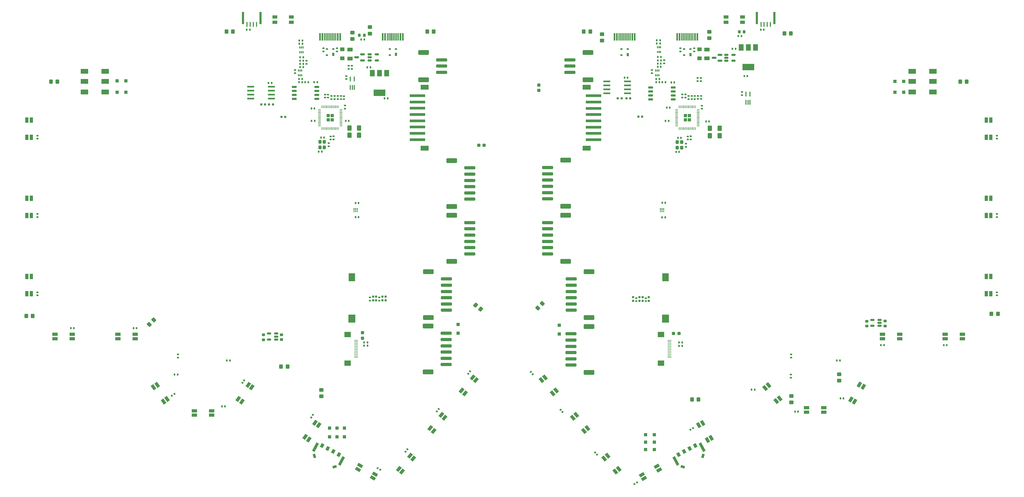
<source format=gbr>
%TF.GenerationSoftware,KiCad,Pcbnew,(6.99.0-4085-g6c752680d7)*%
%TF.CreationDate,2022-11-10T11:06:54+08:00*%
%TF.ProjectId,Rev2.4,52657632-2e34-42e6-9b69-6361645f7063,rev?*%
%TF.SameCoordinates,Original*%
%TF.FileFunction,Paste,Top*%
%TF.FilePolarity,Positive*%
%FSLAX46Y46*%
G04 Gerber Fmt 4.6, Leading zero omitted, Abs format (unit mm)*
G04 Created by KiCad (PCBNEW (6.99.0-4085-g6c752680d7)) date 2022-11-10 11:06:54*
%MOMM*%
%LPD*%
G01*
G04 APERTURE LIST*
G04 Aperture macros list*
%AMRoundRect*
0 Rectangle with rounded corners*
0 $1 Rounding radius*
0 $2 $3 $4 $5 $6 $7 $8 $9 X,Y pos of 4 corners*
0 Add a 4 corners polygon primitive as box body*
4,1,4,$2,$3,$4,$5,$6,$7,$8,$9,$2,$3,0*
0 Add four circle primitives for the rounded corners*
1,1,$1+$1,$2,$3*
1,1,$1+$1,$4,$5*
1,1,$1+$1,$6,$7*
1,1,$1+$1,$8,$9*
0 Add four rect primitives between the rounded corners*
20,1,$1+$1,$2,$3,$4,$5,0*
20,1,$1+$1,$4,$5,$6,$7,0*
20,1,$1+$1,$6,$7,$8,$9,0*
20,1,$1+$1,$8,$9,$2,$3,0*%
%AMRotRect*
0 Rectangle, with rotation*
0 The origin of the aperture is its center*
0 $1 length*
0 $2 width*
0 $3 Rotation angle, in degrees counterclockwise*
0 Add horizontal line*
21,1,$1,$2,0,0,$3*%
G04 Aperture macros list end*
%ADD10RoundRect,0.140000X-0.140000X-0.170000X0.140000X-0.170000X0.140000X0.170000X-0.140000X0.170000X0*%
%ADD11R,2.400000X1.500000*%
%ADD12RotRect,1.700000X1.000000X50.000000*%
%ADD13RoundRect,0.140000X0.206244X0.077224X-0.036244X0.217224X-0.206244X-0.077224X0.036244X-0.217224X0*%
%ADD14RoundRect,0.250000X0.250000X-0.325000X0.250000X0.325000X-0.250000X0.325000X-0.250000X-0.325000X0*%
%ADD15RoundRect,0.250000X0.450000X-0.325000X0.450000X0.325000X-0.450000X0.325000X-0.450000X-0.325000X0*%
%ADD16RoundRect,0.140000X-0.040237X0.216520X-0.220218X0.002028X0.040237X-0.216520X0.220218X-0.002028X0*%
%ADD17RoundRect,0.160000X-0.160000X0.197500X-0.160000X-0.197500X0.160000X-0.197500X0.160000X0.197500X0*%
%ADD18RoundRect,0.140000X-0.170000X0.140000X-0.170000X-0.140000X0.170000X-0.140000X0.170000X0.140000X0*%
%ADD19RoundRect,0.135000X-0.185000X0.135000X-0.185000X-0.135000X0.185000X-0.135000X0.185000X0.135000X0*%
%ADD20R,0.800000X4.000000*%
%ADD21R,0.400000X1.600000*%
%ADD22RoundRect,0.135000X0.185000X-0.135000X0.185000X0.135000X-0.185000X0.135000X-0.185000X-0.135000X0*%
%ADD23R,0.300000X0.300000*%
%ADD24C,0.165000*%
%ADD25RoundRect,0.250000X-0.400000X-0.625000X0.400000X-0.625000X0.400000X0.625000X-0.400000X0.625000X0*%
%ADD26RoundRect,0.250000X1.500000X-0.250000X1.500000X0.250000X-1.500000X0.250000X-1.500000X-0.250000X0*%
%ADD27RoundRect,0.250001X1.449999X-0.499999X1.449999X0.499999X-1.449999X0.499999X-1.449999X-0.499999X0*%
%ADD28RoundRect,0.135000X-0.135000X-0.185000X0.135000X-0.185000X0.135000X0.185000X-0.135000X0.185000X0*%
%ADD29RoundRect,0.140000X0.170000X-0.140000X0.170000X0.140000X-0.170000X0.140000X-0.170000X-0.140000X0*%
%ADD30RoundRect,0.250000X-0.325000X-0.450000X0.325000X-0.450000X0.325000X0.450000X-0.325000X0.450000X0*%
%ADD31R,1.500000X2.000000*%
%ADD32R,3.800000X2.000000*%
%ADD33R,1.700000X1.000000*%
%ADD34R,1.100000X1.100000*%
%ADD35RoundRect,0.147500X-0.172500X0.147500X-0.172500X-0.147500X0.172500X-0.147500X0.172500X0.147500X0*%
%ADD36RoundRect,0.140000X0.140000X0.170000X-0.140000X0.170000X-0.140000X-0.170000X0.140000X-0.170000X0*%
%ADD37RotRect,1.700000X1.000000X240.000000*%
%ADD38RotRect,1.700000X1.000000X130.000000*%
%ADD39R,0.340000X0.700000*%
%ADD40RoundRect,0.135000X0.135000X0.185000X-0.135000X0.185000X-0.135000X-0.185000X0.135000X-0.185000X0*%
%ADD41RoundRect,0.160000X0.197500X0.160000X-0.197500X0.160000X-0.197500X-0.160000X0.197500X-0.160000X0*%
%ADD42RoundRect,0.140000X-0.036244X-0.217224X0.206244X-0.077224X0.036244X0.217224X-0.206244X0.077224X0*%
%ADD43RoundRect,0.150000X-0.512500X-0.150000X0.512500X-0.150000X0.512500X0.150000X-0.512500X0.150000X0*%
%ADD44RoundRect,0.250000X0.325000X0.450000X-0.325000X0.450000X-0.325000X-0.450000X0.325000X-0.450000X0*%
%ADD45RoundRect,0.140000X0.058955X-0.212189X0.219557X0.017173X-0.058955X0.212189X-0.219557X-0.017173X0*%
%ADD46RoundRect,0.250000X-0.538219X-0.135814X-0.040290X-0.553626X0.538219X0.135814X0.040290X0.553626X0*%
%ADD47R,5.000000X0.900000*%
%ADD48R,2.500000X1.500000*%
%ADD49RoundRect,0.250000X-0.625000X0.375000X-0.625000X-0.375000X0.625000X-0.375000X0.625000X0.375000X0*%
%ADD50RoundRect,0.225000X0.250000X-0.225000X0.250000X0.225000X-0.250000X0.225000X-0.250000X-0.225000X0*%
%ADD51RoundRect,0.250000X-0.450000X0.325000X-0.450000X-0.325000X0.450000X-0.325000X0.450000X0.325000X0*%
%ADD52RoundRect,0.150000X-0.650000X-0.150000X0.650000X-0.150000X0.650000X0.150000X-0.650000X0.150000X0*%
%ADD53R,1.000000X1.700000*%
%ADD54R,1.550000X1.000000*%
%ADD55R,0.400000X1.500000*%
%ADD56R,0.570000X2.450000*%
%ADD57R,0.300000X2.450000*%
%ADD58R,2.100000X2.600000*%
%ADD59R,2.200000X2.600000*%
%ADD60R,0.700000X1.000000*%
%ADD61R,0.700000X0.600000*%
%ADD62RoundRect,0.250000X-1.500000X0.250000X-1.500000X-0.250000X1.500000X-0.250000X1.500000X0.250000X0*%
%ADD63RoundRect,0.250001X-1.449999X0.499999X-1.449999X-0.499999X1.449999X-0.499999X1.449999X0.499999X0*%
%ADD64RoundRect,0.140000X0.017173X0.219557X-0.212189X0.058955X-0.017173X-0.219557X0.212189X-0.058955X0*%
%ADD65RoundRect,0.160000X-0.197500X-0.160000X0.197500X-0.160000X0.197500X0.160000X-0.197500X0.160000X0*%
%ADD66RoundRect,0.225000X-0.250000X0.225000X-0.250000X-0.225000X0.250000X-0.225000X0.250000X0.225000X0*%
%ADD67RoundRect,0.237500X-0.300000X-0.237500X0.300000X-0.237500X0.300000X0.237500X-0.300000X0.237500X0*%
%ADD68RoundRect,0.140000X-0.220218X-0.002028X-0.040237X-0.216520X0.220218X0.002028X0.040237X0.216520X0*%
%ADD69R,1.400000X1.300000*%
%ADD70RoundRect,0.150000X0.587500X0.150000X-0.587500X0.150000X-0.587500X-0.150000X0.587500X-0.150000X0*%
%ADD71RotRect,1.700000X1.000000X120.000000*%
%ADD72RoundRect,0.140000X-0.058955X0.212189X-0.219557X-0.017173X0.058955X-0.212189X0.219557X0.017173X0*%
%ADD73RoundRect,0.218750X-0.218750X-0.256250X0.218750X-0.256250X0.218750X0.256250X-0.218750X0.256250X0*%
%ADD74R,1.250000X0.280000*%
%ADD75R,2.000000X1.800000*%
%ADD76RoundRect,0.250000X-0.292217X-0.292217X0.292217X-0.292217X0.292217X0.292217X-0.292217X0.292217X0*%
%ADD77RoundRect,0.050000X-0.387500X-0.050000X0.387500X-0.050000X0.387500X0.050000X-0.387500X0.050000X0*%
%ADD78RoundRect,0.050000X-0.050000X-0.387500X0.050000X-0.387500X0.050000X0.387500X-0.050000X0.387500X0*%
%ADD79R,2.200000X0.600000*%
%ADD80RoundRect,0.237500X0.237500X-0.300000X0.237500X0.300000X-0.237500X0.300000X-0.237500X-0.300000X0*%
%ADD81RoundRect,0.150000X0.512500X0.150000X-0.512500X0.150000X-0.512500X-0.150000X0.512500X-0.150000X0*%
%ADD82RotRect,1.700000X1.000000X55.000000*%
%ADD83RoundRect,0.250000X0.088388X-0.548008X0.548008X-0.088388X-0.088388X0.548008X-0.548008X0.088388X0*%
%ADD84RotRect,1.300000X1.000000X62.000000*%
%ADD85RotRect,3.000000X0.900000X62.000000*%
%ADD86RotRect,1.300000X0.800000X197.000000*%
%ADD87RotRect,1.300000X0.800000X287.000000*%
%ADD88RotRect,1.700000X1.000000X305.000000*%
%ADD89RoundRect,0.147500X0.172500X-0.147500X0.172500X0.147500X-0.172500X0.147500X-0.172500X-0.147500X0*%
%ADD90RoundRect,0.160000X0.160000X-0.197500X0.160000X0.197500X-0.160000X0.197500X-0.160000X-0.197500X0*%
%ADD91RotRect,1.700000X1.000000X330.000000*%
%ADD92RotRect,1.700000X1.000000X210.000000*%
%ADD93RotRect,1.300000X1.000000X118.000000*%
%ADD94RotRect,3.000000X0.900000X118.000000*%
%ADD95RotRect,1.300000X0.800000X253.000000*%
%ADD96RotRect,1.300000X0.800000X343.000000*%
%ADD97RoundRect,0.250000X-0.088388X0.548008X-0.548008X0.088388X0.088388X-0.548008X0.548008X-0.088388X0*%
G04 APERTURE END LIST*
D10*
%TO.C,C34*%
X143775003Y-61745000D03*
X144735003Y-61745000D03*
%TD*%
D11*
%TO.C,J23*%
X345529997Y-64170002D03*
X338929997Y-64170002D03*
X345529997Y-70770002D03*
X338929997Y-70770002D03*
X345529997Y-67370002D03*
X338929997Y-67370002D03*
%TD*%
D12*
%TO.C,D37*%
X186298564Y-179026572D03*
X185226102Y-178126669D03*
X188761434Y-173913424D03*
X189833896Y-174813327D03*
%TD*%
D13*
%TO.C,C86*%
X169290692Y-191415000D03*
X168459308Y-190935000D03*
%TD*%
D14*
%TO.C,Y1*%
X151480003Y-88445000D03*
X151480003Y-86695000D03*
X150080003Y-86695000D03*
X150080003Y-88445000D03*
%TD*%
D15*
%TO.C,FB14*%
X150520003Y-167951301D03*
X150520003Y-165901301D03*
%TD*%
D10*
%TO.C,C29*%
X133710003Y-67900000D03*
X134670003Y-67900000D03*
%TD*%
D16*
%TO.C,C88*%
X187933538Y-172032299D03*
X187316462Y-172767701D03*
%TD*%
D17*
%TO.C,R32*%
X170000000Y-136077500D03*
X170000000Y-137272500D03*
%TD*%
D18*
%TO.C,C47*%
X268305000Y-84929252D03*
X268305000Y-85889252D03*
%TD*%
D19*
%TO.C,R4*%
X154730003Y-72022500D03*
X154730003Y-73042500D03*
%TD*%
D20*
%TO.C,U16*%
X295004999Y-47172751D03*
X289404999Y-47172751D03*
D21*
X293702999Y-49170751D03*
X292702999Y-49170751D03*
X291702999Y-49170751D03*
X290702999Y-49170751D03*
%TD*%
D22*
%TO.C,R12*%
X159250000Y-63400000D03*
X159250000Y-62380000D03*
%TD*%
D17*
%TO.C,R30*%
X168000000Y-136077500D03*
X168000000Y-137272500D03*
%TD*%
D23*
%TO.C,IC1*%
X258624999Y-107969999D03*
X258624999Y-108469999D03*
X258624999Y-108969999D03*
X259124999Y-107969999D03*
X259124999Y-108469999D03*
X259124999Y-108969999D03*
X259624999Y-107969999D03*
X259624999Y-108469999D03*
X259624999Y-108969999D03*
D24*
X259625000Y-108470000D03*
%TD*%
D19*
%TO.C,R55*%
X259830003Y-60585000D03*
X259830003Y-61605000D03*
%TD*%
D25*
%TO.C,R16*%
X159455000Y-82271752D03*
X162555000Y-82271752D03*
%TD*%
D18*
%TO.C,C57*%
X284610003Y-70790000D03*
X284610003Y-71750000D03*
%TD*%
D22*
%TO.C,R5*%
X152925000Y-88110000D03*
X152925000Y-87090000D03*
%TD*%
D26*
%TO.C,J37*%
X229740000Y-64470000D03*
X229740000Y-62470000D03*
X229740000Y-60470000D03*
D27*
X235490000Y-66820000D03*
X235490000Y-58120000D03*
%TD*%
D28*
%TO.C,R7*%
X103689234Y-160969299D03*
X104709234Y-160969299D03*
%TD*%
D29*
%TO.C,C46*%
X271605003Y-72995000D03*
X271605003Y-72035000D03*
%TD*%
D30*
%TO.C,FB11*%
X120305003Y-51470001D03*
X122355003Y-51470001D03*
%TD*%
D31*
%TO.C,U19*%
X288980001Y-56520599D03*
X286680001Y-56520599D03*
D32*
X286680001Y-62820599D03*
D31*
X284380001Y-56520599D03*
%TD*%
D33*
%TO.C,D17*%
X334928404Y-148174001D03*
X334928404Y-149574001D03*
X329428404Y-149574001D03*
X329428404Y-148174001D03*
%TD*%
D29*
%TO.C,C65*%
X365929998Y-135700003D03*
X365929998Y-134740003D03*
%TD*%
D34*
%TO.C,D45*%
X333399999Y-67399999D03*
X336199999Y-67399999D03*
%TD*%
D35*
%TO.C,R50*%
X269400000Y-56815000D03*
X269400000Y-57785000D03*
%TD*%
D19*
%TO.C,R3*%
X153700000Y-72040000D03*
X153700000Y-73060000D03*
%TD*%
D30*
%TO.C,FB10*%
X64305006Y-67470002D03*
X66355006Y-67470002D03*
%TD*%
D36*
%TO.C,C55*%
X286330000Y-65650000D03*
X285370000Y-65650000D03*
%TD*%
D37*
%TO.C,D18*%
X322083918Y-164224974D03*
X323296354Y-164924974D03*
X320546354Y-169688114D03*
X319333918Y-168988114D03*
%TD*%
D11*
%TO.C,J22*%
X81630005Y-64170001D03*
X75030005Y-64170001D03*
X81630005Y-70770001D03*
X75030005Y-70770001D03*
X81630005Y-67370001D03*
X75030005Y-67370001D03*
%TD*%
D10*
%TO.C,C27*%
X161420000Y-106200000D03*
X162380000Y-106200000D03*
%TD*%
D38*
%TO.C,D23*%
X245333897Y-191126666D03*
X244261435Y-192026569D03*
X240726103Y-187813324D03*
X241798565Y-186913421D03*
%TD*%
D39*
%TO.C,Q5*%
X257130002Y-65394999D03*
X257630002Y-65394999D03*
X258130002Y-65394999D03*
X258130002Y-63894999D03*
X257630002Y-63894999D03*
X257130002Y-63894999D03*
%TD*%
D40*
%TO.C,R8*%
X260265003Y-67620000D03*
X259245003Y-67620000D03*
%TD*%
D17*
%TO.C,R56*%
X254952781Y-136308212D03*
X254952781Y-137503212D03*
%TD*%
D41*
%TO.C,R14*%
X135072496Y-74700001D03*
X133877496Y-74700001D03*
%TD*%
D42*
%TO.C,C72*%
X268218616Y-178580000D03*
X269050000Y-178100000D03*
%TD*%
D43*
%TO.C,U18*%
X279612503Y-58900000D03*
X279612503Y-59850000D03*
X279612503Y-60800000D03*
X281887503Y-60800000D03*
X281887503Y-58900000D03*
%TD*%
D34*
%TO.C,D42*%
X253899999Y-184999999D03*
X256699999Y-184999999D03*
%TD*%
D44*
%TO.C,FB17*%
X300225000Y-52025000D03*
X298175000Y-52025000D03*
%TD*%
D26*
%TO.C,J41*%
X230110000Y-158000000D03*
X230110000Y-156000000D03*
X230110000Y-154000000D03*
X230110000Y-152000000D03*
X230110000Y-150000000D03*
X230110000Y-148000000D03*
D27*
X235860000Y-160350000D03*
X235860000Y-145650000D03*
%TD*%
D29*
%TO.C,C77*%
X60030006Y-85700002D03*
X60030006Y-84740002D03*
%TD*%
D45*
%TO.C,C84*%
X125374683Y-163618193D03*
X125925317Y-162831807D03*
%TD*%
D36*
%TO.C,C16*%
X148372503Y-79970000D03*
X147412503Y-79970000D03*
%TD*%
D46*
%TO.C,FB13*%
X199744804Y-138811142D03*
X201315196Y-140128856D03*
%TD*%
D47*
%TO.C,J35*%
X237331999Y-71981751D03*
X237331999Y-73981751D03*
X237331999Y-75981751D03*
X237331999Y-77981751D03*
X237331999Y-79981751D03*
X237331999Y-81981751D03*
X237331999Y-83981751D03*
X237331999Y-85981751D03*
D48*
X235077999Y-88681751D03*
X235077999Y-69261751D03*
%TD*%
D49*
%TO.C,F1*%
X159625000Y-57250000D03*
X159625000Y-60050000D03*
%TD*%
D39*
%TO.C,Q2*%
X143680002Y-58044999D03*
X144180002Y-58044999D03*
X144680002Y-58044999D03*
X144680002Y-56544999D03*
X144180002Y-56544999D03*
X143680002Y-56544999D03*
%TD*%
D50*
%TO.C,C25*%
X132050002Y-149900001D03*
X132050002Y-148350001D03*
%TD*%
D51*
%TO.C,FB8*%
X315595000Y-160900000D03*
X315595000Y-162950000D03*
%TD*%
D52*
%TO.C,U1*%
X141875000Y-69145000D03*
X141875000Y-70415000D03*
X141875000Y-71685000D03*
X141875000Y-72955000D03*
X149075000Y-72955000D03*
X149075000Y-71685000D03*
X149075000Y-70415000D03*
X149075000Y-69145000D03*
%TD*%
D10*
%TO.C,C4*%
X149700003Y-89795000D03*
X150660003Y-89795000D03*
%TD*%
D28*
%TO.C,R46*%
X264568499Y-150800000D03*
X265588499Y-150800000D03*
%TD*%
%TO.C,R22*%
X143495003Y-54345000D03*
X144515003Y-54345000D03*
%TD*%
D53*
%TO.C,D14*%
X362529997Y-104720002D03*
X363929997Y-104720002D03*
X363929997Y-110220002D03*
X362529997Y-110220002D03*
%TD*%
D30*
%TO.C,FB5*%
X137680000Y-158456551D03*
X139730000Y-158456551D03*
%TD*%
D54*
%TO.C,K2*%
X279579999Y-46821751D03*
X284829999Y-46821751D03*
X279579999Y-48521751D03*
X284829999Y-48521751D03*
%TD*%
D55*
%TO.C,U17*%
X285910002Y-74059999D03*
X286560002Y-74059999D03*
X287210002Y-74059999D03*
X287210002Y-71399999D03*
X285910002Y-71399999D03*
%TD*%
D18*
%TO.C,C23*%
X154430003Y-84927500D03*
X154430003Y-85887500D03*
%TD*%
D56*
%TO.C,J24*%
X250429999Y-53166751D03*
X249654999Y-53166751D03*
D57*
X248454999Y-53166751D03*
X247454999Y-53166751D03*
X246954999Y-53166751D03*
X245954999Y-53166751D03*
D56*
X243979999Y-53166751D03*
X244754999Y-53166751D03*
D57*
X245454999Y-53166751D03*
X246454999Y-53166751D03*
X247954999Y-53166751D03*
X248954999Y-53166751D03*
%TD*%
D58*
%TO.C,BZ1*%
X160240002Y-129923199D03*
D59*
X160240002Y-143173199D03*
%TD*%
D28*
%TO.C,R28*%
X143745003Y-60745000D03*
X144765003Y-60745000D03*
%TD*%
D26*
%TO.C,J40*%
X222655001Y-122471750D03*
X222655001Y-120471750D03*
X222655001Y-118471750D03*
X222655001Y-116471750D03*
X222655001Y-114471750D03*
X222655001Y-112471750D03*
D27*
X228405001Y-124821750D03*
X228405001Y-110121750D03*
%TD*%
D53*
%TO.C,D15*%
X362529997Y-129720002D03*
X363929997Y-129720002D03*
X363929997Y-135220002D03*
X362529997Y-135220002D03*
%TD*%
D28*
%TO.C,R17*%
X163227500Y-54011250D03*
X164247500Y-54011250D03*
%TD*%
D15*
%TO.C,FB1*%
X166005000Y-52096752D03*
X166005000Y-50046752D03*
%TD*%
D10*
%TO.C,C32*%
X161415000Y-110750000D03*
X162375000Y-110750000D03*
%TD*%
D43*
%TO.C,U11*%
X165937500Y-58750000D03*
X165937500Y-59700000D03*
X165937500Y-60650000D03*
X168212500Y-60650000D03*
X168212500Y-58750000D03*
%TD*%
D25*
%TO.C,R42*%
X274420003Y-84690000D03*
X277520003Y-84690000D03*
%TD*%
D10*
%TO.C,C12*%
X158287503Y-79970000D03*
X159247503Y-79970000D03*
%TD*%
D60*
%TO.C,D10*%
X268204999Y-58777971D03*
D61*
X268204999Y-57077971D03*
X266204999Y-57077971D03*
X266204999Y-58977971D03*
%TD*%
D17*
%TO.C,R58*%
X249952779Y-136288213D03*
X249952779Y-137483213D03*
%TD*%
D40*
%TO.C,R1*%
X146415003Y-67645000D03*
X145395003Y-67645000D03*
%TD*%
D44*
%TO.C,FB20*%
X270725000Y-168975000D03*
X268675000Y-168975000D03*
%TD*%
D62*
%TO.C,J42*%
X190350000Y-147825000D03*
X190350000Y-149825000D03*
X190350000Y-151825000D03*
X190350000Y-153825000D03*
X190350000Y-155825000D03*
X190350000Y-157825000D03*
D63*
X184600000Y-145475000D03*
X184600000Y-160175000D03*
%TD*%
D18*
%TO.C,C13*%
X156750000Y-72065000D03*
X156750000Y-73025000D03*
%TD*%
D19*
%TO.C,R38*%
X270500000Y-66280000D03*
X270500000Y-67300000D03*
%TD*%
D64*
%TO.C,C82*%
X103668193Y-167224683D03*
X102881807Y-167775317D03*
%TD*%
D65*
%TO.C,R13*%
X131377504Y-74699999D03*
X132572504Y-74699999D03*
%TD*%
D66*
%TO.C,C49*%
X330264098Y-143940998D03*
X330264098Y-145490998D03*
%TD*%
D67*
%TO.C,C54*%
X262815996Y-147900002D03*
X264540996Y-147900002D03*
%TD*%
D33*
%TO.C,D16*%
X354928404Y-148174001D03*
X354928404Y-149574001D03*
X349428404Y-149574001D03*
X349428404Y-148174001D03*
%TD*%
D51*
%TO.C,FB3*%
X240030000Y-52315000D03*
X240030000Y-54365000D03*
%TD*%
D29*
%TO.C,C26*%
X269605003Y-73025000D03*
X269605003Y-72065000D03*
%TD*%
%TO.C,C20*%
X157750000Y-73030000D03*
X157750000Y-72070000D03*
%TD*%
D10*
%TO.C,C51*%
X259235000Y-106150000D03*
X260195000Y-106150000D03*
%TD*%
%TO.C,C37*%
X143780003Y-62770000D03*
X144740003Y-62770000D03*
%TD*%
D66*
%TO.C,C24*%
X137850000Y-148300000D03*
X137850000Y-149850000D03*
%TD*%
D36*
%TO.C,C81*%
X91612004Y-146174000D03*
X90652004Y-146174000D03*
%TD*%
D31*
%TO.C,U6*%
X171379999Y-64721751D03*
X169079999Y-64721751D03*
D32*
X169079999Y-71021751D03*
D31*
X166779999Y-64721751D03*
%TD*%
D40*
%TO.C,R9*%
X258315003Y-67620000D03*
X257295003Y-67620000D03*
%TD*%
D34*
%TO.C,D39*%
X155549999Y-178099999D03*
X155549999Y-180899999D03*
%TD*%
D22*
%TO.C,R35*%
X266755003Y-88255000D03*
X266755003Y-87235000D03*
%TD*%
D12*
%TO.C,D36*%
X176298564Y-192026572D03*
X175226102Y-191126669D03*
X178761434Y-186913424D03*
X179833896Y-187813327D03*
%TD*%
D68*
%TO.C,C76*%
X226791462Y-172232299D03*
X227408538Y-172967701D03*
%TD*%
D10*
%TO.C,C14*%
X120419234Y-156519299D03*
X121379234Y-156519299D03*
%TD*%
D69*
%TO.C,D9*%
X271120002Y-57099999D03*
X271120002Y-59999999D03*
%TD*%
D19*
%TO.C,R10*%
X267600000Y-72040000D03*
X267600000Y-73060000D03*
%TD*%
D29*
%TO.C,C62*%
X250952780Y-137555714D03*
X250952780Y-136595714D03*
%TD*%
D70*
%TO.C,Q6*%
X277627503Y-60800000D03*
X277627503Y-58900000D03*
X275752503Y-59850000D03*
%TD*%
D53*
%TO.C,D26*%
X56630005Y-104720001D03*
X58030005Y-104720001D03*
X58030005Y-110220001D03*
X56630005Y-110220001D03*
%TD*%
D71*
%TO.C,D21*%
X274831217Y-181231569D03*
X273618781Y-181931569D03*
X270868781Y-177168429D03*
X272081217Y-176468429D03*
%TD*%
D30*
%TO.C,FB9*%
X56425000Y-142300000D03*
X58475000Y-142300000D03*
%TD*%
D72*
%TO.C,C85*%
X147825317Y-173906807D03*
X147274683Y-174693193D03*
%TD*%
D29*
%TO.C,C38*%
X169000000Y-137355000D03*
X169000000Y-136395000D03*
%TD*%
D36*
%TO.C,C52*%
X282585000Y-56971752D03*
X281625000Y-56971752D03*
%TD*%
D34*
%TO.C,D5*%
X157899999Y-178124999D03*
X157899999Y-180924999D03*
%TD*%
D40*
%TO.C,R49*%
X258515003Y-55270000D03*
X257495003Y-55270000D03*
%TD*%
D73*
%TO.C,D8*%
X283762500Y-51545600D03*
X285337500Y-51545600D03*
%TD*%
D47*
%TO.C,J36*%
X181203002Y-85959999D03*
X181203002Y-83959999D03*
X181203002Y-81959999D03*
X181203002Y-79959999D03*
X181203002Y-77959999D03*
X181203002Y-75959999D03*
X181203002Y-73959999D03*
X181203002Y-71959999D03*
D48*
X183457002Y-69259999D03*
X183457002Y-88679999D03*
%TD*%
D25*
%TO.C,R43*%
X274430003Y-82360000D03*
X277530003Y-82360000D03*
%TD*%
D60*
%TO.C,D7*%
X248204999Y-58777971D03*
D61*
X248204999Y-57077971D03*
X246204999Y-57077971D03*
X246204999Y-58977971D03*
%TD*%
D60*
%TO.C,D1*%
X174330002Y-58776219D03*
D61*
X174330002Y-57076219D03*
X172330002Y-57076219D03*
X172330002Y-58976219D03*
%TD*%
D35*
%TO.C,R24*%
X155500000Y-56815000D03*
X155500000Y-57785000D03*
%TD*%
D74*
%TO.C,J27*%
X261546498Y-150050003D03*
X261546498Y-150550003D03*
X261546498Y-151050003D03*
X261546498Y-151550003D03*
X261546498Y-152050003D03*
X261546498Y-152550003D03*
X261546498Y-153050003D03*
X261546498Y-153550003D03*
X261546498Y-154050003D03*
X261546498Y-154550003D03*
X261546498Y-155050003D03*
X261546498Y-155550003D03*
D75*
X258822498Y-157350003D03*
X258822498Y-148250003D03*
%TD*%
D39*
%TO.C,Q1*%
X257680002Y-57944999D03*
X258180002Y-57944999D03*
X258680002Y-57944999D03*
X258680002Y-56444999D03*
X258180002Y-56444999D03*
X257680002Y-56444999D03*
%TD*%
D10*
%TO.C,C58*%
X257800003Y-61670000D03*
X258760003Y-61670000D03*
%TD*%
D70*
%TO.C,Q4*%
X163687500Y-60650000D03*
X163687500Y-58750000D03*
X161812500Y-59700000D03*
%TD*%
D10*
%TO.C,C1*%
X148275003Y-67645000D03*
X149235003Y-67645000D03*
%TD*%
D36*
%TO.C,C11*%
X148360003Y-75995000D03*
X147400003Y-75995000D03*
%TD*%
D76*
%TO.C,U2*%
X152692503Y-78332500D03*
X152692503Y-79607500D03*
X153967503Y-78332500D03*
X153967503Y-79607500D03*
D77*
X149892503Y-76370000D03*
X149892503Y-76770000D03*
X149892503Y-77170000D03*
X149892503Y-77570000D03*
X149892503Y-77970000D03*
X149892503Y-78370000D03*
X149892503Y-78770000D03*
X149892503Y-79170000D03*
X149892503Y-79570000D03*
X149892503Y-79970000D03*
X149892503Y-80370000D03*
X149892503Y-80770000D03*
X149892503Y-81170000D03*
X149892503Y-81570000D03*
D78*
X150730003Y-82407500D03*
X151130003Y-82407500D03*
X151530003Y-82407500D03*
X151930003Y-82407500D03*
X152330003Y-82407500D03*
X152730003Y-82407500D03*
X153130003Y-82407500D03*
X153530003Y-82407500D03*
X153930003Y-82407500D03*
X154330003Y-82407500D03*
X154730003Y-82407500D03*
X155130003Y-82407500D03*
X155530003Y-82407500D03*
X155930003Y-82407500D03*
D77*
X156767503Y-81570000D03*
X156767503Y-81170000D03*
X156767503Y-80770000D03*
X156767503Y-80370000D03*
X156767503Y-79970000D03*
X156767503Y-79570000D03*
X156767503Y-79170000D03*
X156767503Y-78770000D03*
X156767503Y-78370000D03*
X156767503Y-77970000D03*
X156767503Y-77570000D03*
X156767503Y-77170000D03*
X156767503Y-76770000D03*
X156767503Y-76370000D03*
D78*
X155930003Y-75532500D03*
X155530003Y-75532500D03*
X155130003Y-75532500D03*
X154730003Y-75532500D03*
X154330003Y-75532500D03*
X153930003Y-75532500D03*
X153530003Y-75532500D03*
X153130003Y-75532500D03*
X152730003Y-75532500D03*
X152330003Y-75532500D03*
X151930003Y-75532500D03*
X151530003Y-75532500D03*
X151130003Y-75532500D03*
X150730003Y-75532500D03*
%TD*%
D28*
%TO.C,R34*%
X143445003Y-66595000D03*
X144465003Y-66595000D03*
%TD*%
D12*
%TO.C,D38*%
X196298564Y-167026572D03*
X195226102Y-166126669D03*
X198761434Y-161913424D03*
X199833896Y-162813327D03*
%TD*%
D10*
%TO.C,C15*%
X263600003Y-89870000D03*
X264560003Y-89870000D03*
%TD*%
D18*
%TO.C,C40*%
X267330003Y-84940000D03*
X267330003Y-85900000D03*
%TD*%
D22*
%TO.C,R39*%
X271530002Y-67299998D03*
X271530002Y-66279998D03*
%TD*%
D29*
%TO.C,C10*%
X155750000Y-73025000D03*
X155750000Y-72065000D03*
%TD*%
D52*
%TO.C,U8*%
X255500000Y-69295000D03*
X255500000Y-70565000D03*
X255500000Y-71835000D03*
X255500000Y-73105000D03*
X262700000Y-73105000D03*
X262700000Y-71835000D03*
X262700000Y-70565000D03*
X262700000Y-69295000D03*
%TD*%
D74*
%TO.C,J15*%
X161602002Y-150048199D03*
X161602002Y-150548199D03*
X161602002Y-151048199D03*
X161602002Y-151548199D03*
X161602002Y-152048199D03*
X161602002Y-152548199D03*
X161602002Y-153048199D03*
X161602002Y-153548199D03*
X161602002Y-154048199D03*
X161602002Y-154548199D03*
X161602002Y-155048199D03*
X161602002Y-155548199D03*
D75*
X158878002Y-157348199D03*
X158878002Y-148248199D03*
%TD*%
D51*
%TO.C,FB7*%
X300355000Y-167885000D03*
X300355000Y-169935000D03*
%TD*%
D26*
%TO.C,J38*%
X230155001Y-140471750D03*
X230155001Y-138471750D03*
X230155001Y-136471750D03*
X230155001Y-134471750D03*
X230155001Y-132471750D03*
X230155001Y-130471750D03*
D27*
X235905001Y-142821750D03*
X235905001Y-128121750D03*
%TD*%
D34*
%TO.C,D11*%
X253924999Y-180199999D03*
X256724999Y-180199999D03*
%TD*%
D10*
%TO.C,C71*%
X287720000Y-165800000D03*
X288680000Y-165800000D03*
%TD*%
D30*
%TO.C,FB15*%
X364175000Y-141600000D03*
X366225000Y-141600000D03*
%TD*%
D10*
%TO.C,C56*%
X259175000Y-110770000D03*
X260135000Y-110770000D03*
%TD*%
D79*
%TO.C,U14*%
X241534999Y-67394999D03*
X241534999Y-68664999D03*
X241534999Y-69934999D03*
X241534999Y-71204999D03*
X248164999Y-71204999D03*
X248164999Y-69934999D03*
X248164999Y-68664999D03*
X248164999Y-67394999D03*
%TD*%
D56*
%TO.C,J30*%
X270429999Y-53166751D03*
X269654999Y-53166751D03*
D57*
X268454999Y-53166751D03*
X267454999Y-53166751D03*
X266954999Y-53166751D03*
X265954999Y-53166751D03*
D56*
X263979999Y-53166751D03*
X264754999Y-53166751D03*
D57*
X265454999Y-53166751D03*
X266454999Y-53166751D03*
X267954999Y-53166751D03*
X268954999Y-53166751D03*
%TD*%
D10*
%TO.C,C31*%
X170700000Y-72821752D03*
X171660000Y-72821752D03*
%TD*%
D80*
%TO.C,C30*%
X163605000Y-149371752D03*
X163605000Y-147646752D03*
%TD*%
D18*
%TO.C,C19*%
X153450000Y-84945000D03*
X153450000Y-85905000D03*
%TD*%
D81*
%TO.C,U13*%
X328500000Y-145450000D03*
X328500000Y-144500000D03*
X328500000Y-143550000D03*
X326225000Y-143550000D03*
X326225000Y-145450000D03*
%TD*%
D82*
%TO.C,D33*%
X125191068Y-169610722D03*
X124044255Y-168807715D03*
X127198926Y-164302378D03*
X128345739Y-165105385D03*
%TD*%
D38*
%TO.C,D20*%
X296619035Y-168613218D03*
X295546573Y-169513121D03*
X292011241Y-165299876D03*
X293083703Y-164399973D03*
%TD*%
D55*
%TO.C,U10*%
X159754999Y-69296751D03*
X160404999Y-69296751D03*
X161054999Y-69296751D03*
X161054999Y-66636751D03*
X159754999Y-66636751D03*
%TD*%
D23*
%TO.C,IC2*%
X160910002Y-107968199D03*
X160910002Y-108468199D03*
X160910002Y-108968199D03*
X161410002Y-107968199D03*
X161410002Y-108468199D03*
X161410002Y-108968199D03*
X161910002Y-107968199D03*
X161910002Y-108468199D03*
X161910002Y-108968199D03*
D24*
X161910003Y-108468200D03*
%TD*%
D10*
%TO.C,C61*%
X257800003Y-62695000D03*
X258760003Y-62695000D03*
%TD*%
D19*
%TO.C,R19*%
X268605000Y-72024252D03*
X268605000Y-73044252D03*
%TD*%
D28*
%TO.C,R60*%
X257295003Y-66595000D03*
X258315003Y-66595000D03*
%TD*%
D29*
%TO.C,C64*%
X365929998Y-110700003D03*
X365929998Y-109740003D03*
%TD*%
D10*
%TO.C,C42*%
X314880003Y-156520000D03*
X315840003Y-156520000D03*
%TD*%
D29*
%TO.C,C63*%
X365929998Y-85700003D03*
X365929998Y-84740003D03*
%TD*%
D83*
%TO.C,FB6*%
X95625216Y-145049784D03*
X97074784Y-143600216D03*
%TD*%
D73*
%TO.C,D2*%
X162650000Y-52611250D03*
X164225000Y-52611250D03*
%TD*%
D84*
%TO.C,S1*%
X156096868Y-186544083D03*
X150799182Y-183727254D03*
D85*
X156917145Y-188622459D03*
X148617438Y-184209426D03*
D86*
X154791218Y-190448091D03*
D87*
X148292724Y-186992780D03*
D84*
X154330973Y-185605140D03*
X152565078Y-184666197D03*
%TD*%
D29*
%TO.C,C22*%
X151680003Y-72555000D03*
X151680003Y-71595000D03*
%TD*%
D60*
%TO.C,D4*%
X154330002Y-58776219D03*
D61*
X154330002Y-57076219D03*
X152330002Y-57076219D03*
X152330002Y-58976219D03*
%TD*%
D39*
%TO.C,Q3*%
X143280002Y-65419999D03*
X143780002Y-65419999D03*
X144280002Y-65419999D03*
X144280002Y-63919999D03*
X143780002Y-63919999D03*
X143280002Y-63919999D03*
%TD*%
D34*
%TO.C,D30*%
X194099999Y-145024999D03*
X194099999Y-147824999D03*
%TD*%
D33*
%TO.C,D28*%
X65632003Y-149573999D03*
X65632003Y-148173999D03*
X71132003Y-148173999D03*
X71132003Y-149573999D03*
%TD*%
D28*
%TO.C,R48*%
X257495003Y-54270000D03*
X258515003Y-54270000D03*
%TD*%
D53*
%TO.C,D13*%
X362529997Y-79720002D03*
X363929997Y-79720002D03*
X363929997Y-85220002D03*
X362529997Y-85220002D03*
%TD*%
D18*
%TO.C,C41*%
X270605003Y-72040000D03*
X270605003Y-73000000D03*
%TD*%
D65*
%TO.C,R40*%
X245052500Y-72800000D03*
X246247500Y-72800000D03*
%TD*%
D17*
%TO.C,R57*%
X252942779Y-136300713D03*
X252942779Y-137495713D03*
%TD*%
D19*
%TO.C,R29*%
X145780003Y-60760000D03*
X145780003Y-61780000D03*
%TD*%
D10*
%TO.C,C6*%
X262075003Y-67670000D03*
X263035003Y-67670000D03*
%TD*%
D28*
%TO.C,R54*%
X257795003Y-60645000D03*
X258815003Y-60645000D03*
%TD*%
D10*
%TO.C,C53*%
X247205003Y-66198248D03*
X248165003Y-66198248D03*
%TD*%
D68*
%TO.C,C74*%
X237791462Y-185882299D03*
X238408538Y-186617701D03*
%TD*%
D88*
%TO.C,D31*%
X97044257Y-165105388D03*
X98191070Y-164302381D03*
X101345741Y-168807718D03*
X100198928Y-169610725D03*
%TD*%
D56*
%TO.C,J8*%
X176555002Y-53164999D03*
X175780002Y-53164999D03*
D57*
X174580002Y-53164999D03*
X173580002Y-53164999D03*
X173080002Y-53164999D03*
X172080002Y-53164999D03*
D56*
X170105002Y-53164999D03*
X170880002Y-53164999D03*
D57*
X171580002Y-53164999D03*
X172580002Y-53164999D03*
X174080002Y-53164999D03*
X175080002Y-53164999D03*
%TD*%
D10*
%TO.C,C68*%
X316020000Y-168650000D03*
X316980000Y-168650000D03*
%TD*%
D44*
%TO.C,FB12*%
X186355003Y-51470000D03*
X184305003Y-51470000D03*
%TD*%
D33*
%TO.C,D19*%
X310679999Y-171594999D03*
X310679999Y-172994999D03*
X305179999Y-172994999D03*
X305179999Y-171594999D03*
%TD*%
D29*
%TO.C,C59*%
X253942781Y-137565714D03*
X253942781Y-136605714D03*
%TD*%
D49*
%TO.C,F2*%
X273500003Y-57220000D03*
X273500003Y-60020000D03*
%TD*%
D10*
%TO.C,C3*%
X150425003Y-85345000D03*
X151385003Y-85345000D03*
%TD*%
D34*
%TO.C,D43*%
X88199999Y-67199999D03*
X85399999Y-67199999D03*
%TD*%
D89*
%TO.C,R51*%
X265000000Y-57785000D03*
X265000000Y-56815000D03*
%TD*%
D33*
%TO.C,D29*%
X85632003Y-149573999D03*
X85632003Y-148173999D03*
X91132003Y-148173999D03*
X91132003Y-149573999D03*
%TD*%
D25*
%TO.C,R15*%
X159455000Y-84571752D03*
X162555000Y-84571752D03*
%TD*%
D36*
%TO.C,C80*%
X71612004Y-146174000D03*
X70652004Y-146174000D03*
%TD*%
D16*
%TO.C,C89*%
X197958538Y-159982299D03*
X197341462Y-160717701D03*
%TD*%
D22*
%TO.C,R26*%
X142130003Y-64755000D03*
X142130003Y-63735000D03*
%TD*%
D29*
%TO.C,C33*%
X158449997Y-66608504D03*
X158449997Y-65648504D03*
%TD*%
D51*
%TO.C,FB4*%
X274230003Y-51495000D03*
X274230003Y-53545000D03*
%TD*%
D26*
%TO.C,J39*%
X222690000Y-104900000D03*
X222690000Y-102900000D03*
X222690000Y-100900000D03*
X222690000Y-98900000D03*
X222690000Y-96900000D03*
X222690000Y-94900000D03*
D27*
X228440000Y-107250000D03*
X228440000Y-92550000D03*
%TD*%
D53*
%TO.C,D27*%
X56630005Y-129720001D03*
X58030005Y-129720001D03*
X58030005Y-135220001D03*
X56630005Y-135220001D03*
%TD*%
D34*
%TO.C,D46*%
X333399999Y-70799999D03*
X336199999Y-70799999D03*
%TD*%
D51*
%TO.C,FB2*%
X160455003Y-51770000D03*
X160455003Y-53820000D03*
%TD*%
D50*
%TO.C,C50*%
X324464098Y-145500998D03*
X324464098Y-143950998D03*
%TD*%
D62*
%TO.C,J33*%
X197850000Y-95000000D03*
X197850000Y-97000000D03*
X197850000Y-99000000D03*
X197850000Y-101000000D03*
X197850000Y-103000000D03*
X197850000Y-105000000D03*
D63*
X192100000Y-92650000D03*
X192100000Y-107350000D03*
%TD*%
D14*
%TO.C,Y2*%
X265380003Y-88520000D03*
X265380003Y-86770000D03*
X263980003Y-86770000D03*
X263980003Y-88520000D03*
%TD*%
D40*
%TO.C,R53*%
X258815003Y-59620000D03*
X257795003Y-59620000D03*
%TD*%
D90*
%TO.C,R59*%
X251932780Y-137493214D03*
X251932780Y-136298214D03*
%TD*%
D22*
%TO.C,R37*%
X300180003Y-162000000D03*
X300180003Y-160980000D03*
%TD*%
D29*
%TO.C,C78*%
X60030006Y-110700002D03*
X60030006Y-109740002D03*
%TD*%
D40*
%TO.C,R23*%
X144515003Y-55370000D03*
X143495003Y-55370000D03*
%TD*%
D38*
%TO.C,D24*%
X235333897Y-178126666D03*
X234261435Y-179026569D03*
X230726103Y-174813324D03*
X231798565Y-173913421D03*
%TD*%
D29*
%TO.C,C48*%
X265580003Y-72500000D03*
X265580003Y-71540000D03*
%TD*%
D76*
%TO.C,U9*%
X266567500Y-78334252D03*
X266567500Y-79609252D03*
X267842500Y-78334252D03*
X267842500Y-79609252D03*
D77*
X263767500Y-76371752D03*
X263767500Y-76771752D03*
X263767500Y-77171752D03*
X263767500Y-77571752D03*
X263767500Y-77971752D03*
X263767500Y-78371752D03*
X263767500Y-78771752D03*
X263767500Y-79171752D03*
X263767500Y-79571752D03*
X263767500Y-79971752D03*
X263767500Y-80371752D03*
X263767500Y-80771752D03*
X263767500Y-81171752D03*
X263767500Y-81571752D03*
D78*
X264605000Y-82409252D03*
X265005000Y-82409252D03*
X265405000Y-82409252D03*
X265805000Y-82409252D03*
X266205000Y-82409252D03*
X266605000Y-82409252D03*
X267005000Y-82409252D03*
X267405000Y-82409252D03*
X267805000Y-82409252D03*
X268205000Y-82409252D03*
X268605000Y-82409252D03*
X269005000Y-82409252D03*
X269405000Y-82409252D03*
X269805000Y-82409252D03*
D77*
X270642500Y-81571752D03*
X270642500Y-81171752D03*
X270642500Y-80771752D03*
X270642500Y-80371752D03*
X270642500Y-79971752D03*
X270642500Y-79571752D03*
X270642500Y-79171752D03*
X270642500Y-78771752D03*
X270642500Y-78371752D03*
X270642500Y-77971752D03*
X270642500Y-77571752D03*
X270642500Y-77171752D03*
X270642500Y-76771752D03*
X270642500Y-76371752D03*
D78*
X269805000Y-75534252D03*
X269405000Y-75534252D03*
X269005000Y-75534252D03*
X268605000Y-75534252D03*
X268205000Y-75534252D03*
X267805000Y-75534252D03*
X267405000Y-75534252D03*
X267005000Y-75534252D03*
X266605000Y-75534252D03*
X266205000Y-75534252D03*
X265805000Y-75534252D03*
X265405000Y-75534252D03*
X265005000Y-75534252D03*
X264605000Y-75534252D03*
%TD*%
D10*
%TO.C,C44*%
X273200003Y-80120000D03*
X274160003Y-80120000D03*
%TD*%
D28*
%TO.C,R20*%
X164195000Y-150771752D03*
X165215000Y-150771752D03*
%TD*%
D16*
%TO.C,C87*%
X177983538Y-184907299D03*
X177366462Y-185642701D03*
%TD*%
D29*
%TO.C,C79*%
X60030006Y-135700002D03*
X60030006Y-134740002D03*
%TD*%
D28*
%TO.C,R44*%
X283440000Y-52870600D03*
X284460000Y-52870600D03*
%TD*%
D54*
%TO.C,K1*%
X135705002Y-46819999D03*
X140955002Y-46819999D03*
X135705002Y-48519999D03*
X140955002Y-48519999D03*
%TD*%
D29*
%TO.C,C39*%
X266580003Y-72500000D03*
X266580003Y-71540000D03*
%TD*%
D53*
%TO.C,D6*%
X56630005Y-79720001D03*
X58030005Y-79720001D03*
X58030005Y-85220001D03*
X56630005Y-85220001D03*
%TD*%
D29*
%TO.C,C35*%
X166000000Y-137355000D03*
X166000000Y-136395000D03*
%TD*%
D44*
%TO.C,FB16*%
X356254998Y-67470003D03*
X354204998Y-67470003D03*
%TD*%
D17*
%TO.C,R31*%
X167000000Y-136077500D03*
X167000000Y-137272500D03*
%TD*%
D65*
%TO.C,R21*%
X137852503Y-78710000D03*
X139047503Y-78710000D03*
%TD*%
D10*
%TO.C,C70*%
X290620000Y-50900000D03*
X291580000Y-50900000D03*
%TD*%
D40*
%TO.C,R27*%
X144775003Y-59695000D03*
X143755003Y-59695000D03*
%TD*%
D68*
%TO.C,C75*%
X217282924Y-160164598D03*
X217900000Y-160900000D03*
%TD*%
D34*
%TO.C,D44*%
X88199999Y-70799999D03*
X85399999Y-70799999D03*
%TD*%
D42*
%TO.C,C73*%
X250384308Y-195990000D03*
X251215692Y-195510000D03*
%TD*%
D18*
%TO.C,C2*%
X158030003Y-75090000D03*
X158030003Y-76050000D03*
%TD*%
D80*
%TO.C,C21*%
X219830003Y-70272500D03*
X219830003Y-68547500D03*
%TD*%
D40*
%TO.C,R18*%
X165215000Y-151771752D03*
X164195000Y-151771752D03*
%TD*%
D18*
%TO.C,C17*%
X271855003Y-75165000D03*
X271855003Y-76125000D03*
%TD*%
D10*
%TO.C,C60*%
X126745000Y-50871752D03*
X127705000Y-50871752D03*
%TD*%
D22*
%TO.C,R52*%
X255955003Y-64730000D03*
X255955003Y-63710000D03*
%TD*%
D19*
%TO.C,R36*%
X300310003Y-154610000D03*
X300310003Y-155630000D03*
%TD*%
D91*
%TO.C,D35*%
X162173429Y-191302969D03*
X162873429Y-190090533D03*
X167636569Y-192840533D03*
X166936569Y-194052969D03*
%TD*%
D36*
%TO.C,C28*%
X166155000Y-62921752D03*
X165195000Y-62921752D03*
%TD*%
D58*
%TO.C,BZ2*%
X260274999Y-129924999D03*
D59*
X260274999Y-143174999D03*
%TD*%
D34*
%TO.C,D12*%
X226359999Y-145249999D03*
X226359999Y-148049999D03*
%TD*%
D89*
%TO.C,R25*%
X151200000Y-57770000D03*
X151200000Y-56800000D03*
%TD*%
D62*
%TO.C,J3*%
X188880003Y-60470000D03*
X188880003Y-62470000D03*
X188880003Y-64470000D03*
D63*
X183130003Y-58120000D03*
X183130003Y-66820000D03*
%TD*%
D33*
%TO.C,D32*%
X110059860Y-173995005D03*
X110059860Y-172595005D03*
X115559860Y-172595005D03*
X115559860Y-173995005D03*
%TD*%
D41*
%TO.C,R41*%
X248997500Y-72800000D03*
X247802500Y-72800000D03*
%TD*%
D92*
%TO.C,D22*%
X257481569Y-190268781D03*
X258181569Y-191481217D03*
X253418429Y-194231217D03*
X252718429Y-193018781D03*
%TD*%
D40*
%TO.C,R2*%
X144465003Y-67645000D03*
X143445003Y-67645000D03*
%TD*%
D62*
%TO.C,J34*%
X190380000Y-130469999D03*
X190380000Y-132469999D03*
X190380000Y-134469999D03*
X190380000Y-136469999D03*
X190380000Y-138469999D03*
X190380000Y-140469999D03*
D63*
X184630000Y-128119999D03*
X184630000Y-142819999D03*
%TD*%
D56*
%TO.C,J19*%
X156555002Y-53164999D03*
X155780002Y-53164999D03*
D57*
X154580002Y-53164999D03*
X153580002Y-53164999D03*
X153080002Y-53164999D03*
X152080002Y-53164999D03*
D56*
X150105002Y-53164999D03*
X150880002Y-53164999D03*
D57*
X151580002Y-53164999D03*
X152580002Y-53164999D03*
X154080002Y-53164999D03*
X155080002Y-53164999D03*
%TD*%
D29*
%TO.C,C18*%
X152675000Y-72555000D03*
X152675000Y-71595000D03*
%TD*%
D69*
%TO.C,D3*%
X157249999Y-57124999D03*
X157249999Y-60024999D03*
%TD*%
D79*
%TO.C,U5*%
X128015002Y-69064999D03*
X128015002Y-70334999D03*
X128015002Y-71604999D03*
X128015002Y-72874999D03*
X134645002Y-72874999D03*
X134645002Y-71604999D03*
X134645002Y-70334999D03*
X134645002Y-69064999D03*
%TD*%
D67*
%TO.C,C5*%
X200700000Y-87750000D03*
X202425000Y-87750000D03*
%TD*%
D34*
%TO.C,D40*%
X153174999Y-178099999D03*
X153174999Y-180899999D03*
%TD*%
D10*
%TO.C,C69*%
X301570000Y-172850000D03*
X302530000Y-172850000D03*
%TD*%
D40*
%TO.C,R45*%
X265588500Y-151900000D03*
X264568500Y-151900000D03*
%TD*%
D93*
%TO.C,S2*%
X269710515Y-183727255D03*
X264412829Y-186544084D03*
D94*
X271892259Y-184209427D03*
X263592552Y-188622460D03*
D95*
X272216973Y-186992781D03*
D96*
X265718479Y-190448092D03*
D93*
X267944619Y-184666198D03*
X266178724Y-185605141D03*
%TD*%
D10*
%TO.C,C66*%
X348948405Y-151574002D03*
X349908405Y-151574002D03*
%TD*%
%TO.C,C67*%
X328948405Y-151574002D03*
X329908405Y-151574002D03*
%TD*%
D19*
%TO.C,R11*%
X160250001Y-62379999D03*
X160250001Y-63399999D03*
%TD*%
D30*
%TO.C,FB18*%
X234205006Y-51470000D03*
X236255006Y-51470000D03*
%TD*%
D81*
%TO.C,U4*%
X136087502Y-149825000D03*
X136087502Y-148875000D03*
X136087502Y-147925000D03*
X133812502Y-147925000D03*
X133812502Y-149825000D03*
%TD*%
D19*
%TO.C,R6*%
X104800000Y-154605000D03*
X104800000Y-155625000D03*
%TD*%
D82*
%TO.C,D34*%
X146501070Y-181725923D03*
X145354257Y-180922916D03*
X148508928Y-176417579D03*
X149655741Y-177220586D03*
%TD*%
D65*
%TO.C,R47*%
X251582503Y-78600000D03*
X252777503Y-78600000D03*
%TD*%
D38*
%TO.C,D25*%
X225333897Y-166126666D03*
X224261435Y-167026569D03*
X220726103Y-162813324D03*
X221798565Y-161913421D03*
%TD*%
D36*
%TO.C,C45*%
X261247500Y-79971752D03*
X260287500Y-79971752D03*
%TD*%
D34*
%TO.C,D41*%
X253899999Y-182599999D03*
X256699999Y-182599999D03*
%TD*%
D97*
%TO.C,FB19*%
X220949784Y-138325216D03*
X219500216Y-139774784D03*
%TD*%
D36*
%TO.C,C43*%
X261600000Y-75750000D03*
X260640000Y-75750000D03*
%TD*%
D20*
%TO.C,U7*%
X131130002Y-47170999D03*
X125530002Y-47170999D03*
D21*
X129828002Y-49168999D03*
X128828002Y-49168999D03*
X127828002Y-49168999D03*
X126828002Y-49168999D03*
%TD*%
D36*
%TO.C,C83*%
X119805000Y-171175000D03*
X118845000Y-171175000D03*
%TD*%
D90*
%TO.C,R33*%
X171000000Y-137272500D03*
X171000000Y-136077500D03*
%TD*%
D10*
%TO.C,C9*%
X264225003Y-85395000D03*
X265185003Y-85395000D03*
%TD*%
D62*
%TO.C,J32*%
X197880000Y-112469999D03*
X197880000Y-114469999D03*
X197880000Y-116469999D03*
X197880000Y-118469999D03*
X197880000Y-120469999D03*
X197880000Y-122469999D03*
D63*
X192130000Y-110119999D03*
X192130000Y-124819999D03*
%TD*%
M02*

</source>
